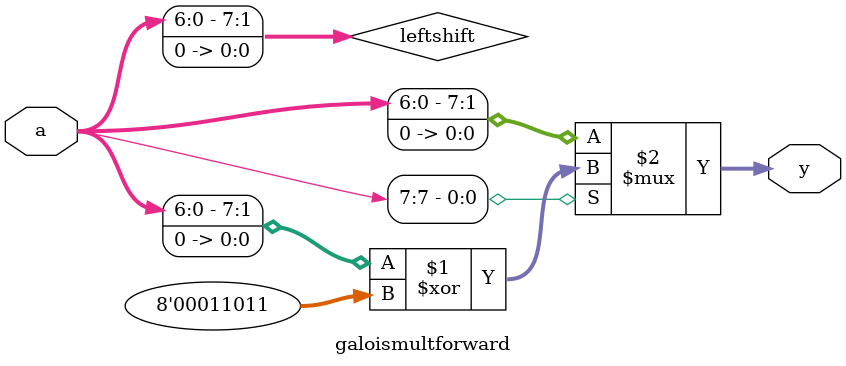
<source format=sv>

module galoismultforward(
   input  logic [7:0] a, 
   output logic [7:0] y
);

   logic [7:0] leftshift;

   assign leftshift = {a[6:0], 1'b0};
   assign y = a[7] ? (leftshift ^ 8'b00011011) : leftshift;
endmodule

</source>
